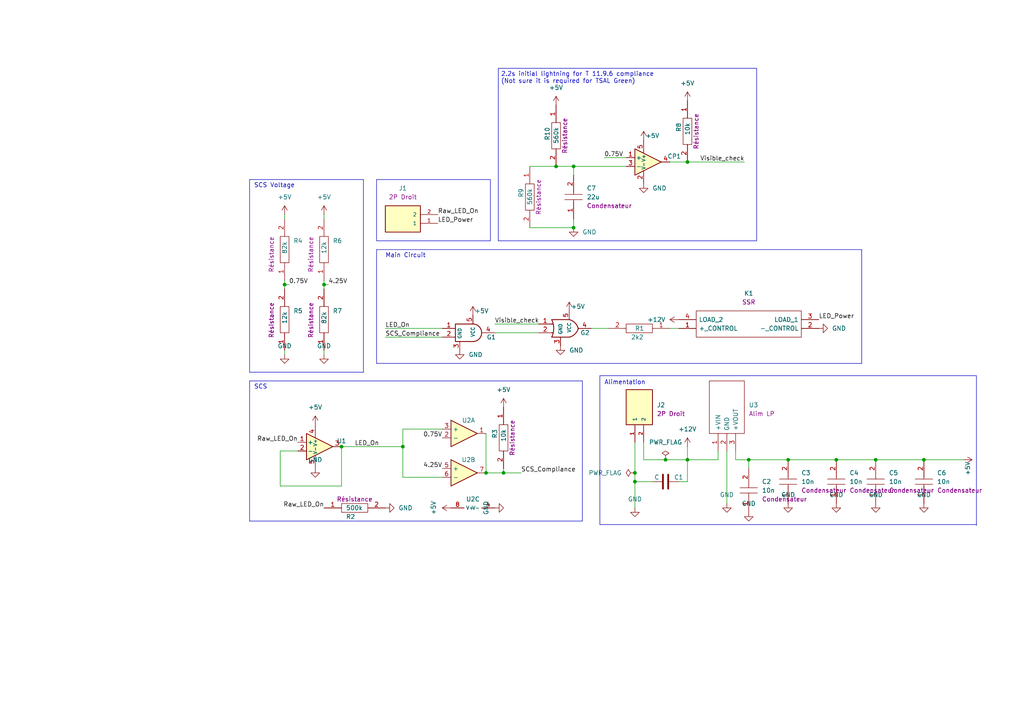
<source format=kicad_sch>
(kicad_sch (version 20231120) (generator "eeschema") (generator_version "8.0")
  (paper "A4")
  (lib_symbols
    (symbol "Device:C" (pin_numbers hide) (pin_names (offset 0.254))
      (property "Reference" "C" (at 0.635 2.54 0))
      (property "Value" "C" (at 0.635 -2.54 0))
      (symbol "C_0_1"
        (polyline (pts (xy -2.032 -0.762) (xy 2.032 -0.762)) (stroke (width 0.508)))
        (polyline (pts (xy -2.032 0.762) (xy 2.032 0.762)) (stroke (width 0.508)))
      )
      (symbol "C_1_1"
        (pin passive line (at 0 3.81 270) (length 2.794) (name "~") (number "1"))
        (pin passive line (at 0 -3.81 90) (length 2.794) (name "~") (number "2"))
      )
    )
    (symbol "EPSA_lib:2P Droit 2-11-2022" (pin_names (offset 1.016))
      (property "Reference" "J" (at 6.35 5.08 0))
      (property "Render Name" "2P Droit" (at 0 3.81 0))
      (symbol "2P Droit 2-11-2022_0_0"
        (rectangle (start -5.08 -5.08) (end 5.08 2.54) (stroke (width 0.254)) (fill (type background)))
        (pin passive line (at -10.16 0 0) (length 5.08) (name "1") (number "1"))
        (pin passive line (at -10.16 -2.54 0) (length 5.08) (name "2") (number "2"))
      )
    )
    (symbol "EPSA_lib:Alim LP TSR_0.5-2450" (pin_names (offset 0.762))
      (property "Reference" "U" (at 20.32 11.43 0))
      (property "Render Name" "Alim LP" (at 11.43 8.89 0))
      (symbol "Alim LP TSR_0.5-2450_0_0"
        (pin passive line (at -1.27 5.08 0) (length 5.08) (name "+VIN") (number "1"))
        (pin passive line (at -1.27 2.54 0) (length 5.08) (name "GND") (number "2"))
        (pin passive line (at -1.27 0 0) (length 5.08) (name "+VOUT") (number "3"))
      )
      (symbol "Alim LP TSR_0.5-2450_0_1"
        (polyline (pts (xy 3.81 7.62) (xy 19.05 7.62) (xy 19.05 -2.54) (xy 3.81 -2.54) (xy 3.81 7.62)) (stroke (width 0.1524)))
      )
    )
    (symbol "EPSA_lib:Comparator" (pin_names (offset 0.254))
      (property "Reference" "CP" (at 2.54 2.54 0))
      (symbol "Comparator_0_1"
        (polyline (pts (xy 5.08 0) (xy -2.54 3.81) (xy -2.54 -3.81) (xy 5.08 0)) (stroke (width 0.254)) (fill (type background)))
      )
      (symbol "Comparator_1_1"
        (pin input line (at -5.08 1.27 0) (length 2.54) (name "+") (number "1"))
        (pin power_in line (at 0 -6.35 90) (length 3.81) (name "V-") (number "2"))
        (pin input line (at -5.08 -1.27 0) (length 2.54) (name "-") (number "3"))
        (pin open_collector line (at 7.62 0 180) (length 2.54) (name "~") (number "4"))
        (pin power_in line (at 0 6.35 270) (length 3.81) (name "V+") (number "5"))
      )
    )
    (symbol "EPSA_lib:Comparator_Dual"
      (property "Reference" "CP" (at 7.62 -2.54 0))
      (symbol "Comparator_Dual_1_1"
        (polyline (pts (xy 0 3.81) (xy 0 -3.81) (xy 7.62 0) (xy 0 3.81)) (stroke (width 0.254)) (fill (type background)))
        (pin open_collector line (at 10.16 0 180) (length 2.54) (name "~") (number "1"))
        (pin input line (at -2.54 -1.27 0) (length 2.54) (name "-") (number "2"))
        (pin input line (at -2.54 1.27 0) (length 2.54) (name "+") (number "3"))
      )
      (symbol "Comparator_Dual_2_1"
        (polyline (pts (xy 0 3.81) (xy 7.62 0) (xy 0 -3.81) (xy 0 3.81)) (stroke (width 0.254)) (fill (type background)))
        (pin input line (at -2.54 1.27 0) (length 2.54) (name "+") (number "5"))
        (pin input line (at -2.54 -1.27 0) (length 2.54) (name "-") (number "6"))
        (pin open_collector line (at 10.16 0 180) (length 2.54) (name "~") (number "7"))
      )
      (symbol "Comparator_Dual_3_1"
        (pin power_in line (at 0 -6.35 90) (length 3.81) (name "V-") (number "4"))
        (pin power_in line (at 0 6.35 270) (length 3.81) (name "V+") (number "8"))
      )
    )
    (symbol "EPSA_lib:Condensateur 0805Y1000104JXT" (pin_names (offset 0.762))
      (property "Reference" "C" (at 1.5 -1.8 0))
      (property "Value" "10u" (at 11.43 -2.54 0))
      (property "Render Name" "Condensateur" (at 6.35 3.81 0))
      (symbol "Condensateur 0805Y1000104JXT_0_0"
        (pin passive line (at 0 0 0) (length 5.08) (name "~") (number "1"))
        (pin passive line (at 12.7 0 180) (length 5.08) (name "~") (number "2"))
      )
      (symbol "Condensateur 0805Y1000104JXT_0_1"
        (polyline (pts (xy 5.08 0) (xy 5.588 0)) (stroke (width 0.1524)))
        (polyline (pts (xy 5.588 2.54) (xy 5.588 -2.54)) (stroke (width 0.1524)))
        (polyline (pts (xy 7.112 0) (xy 7.62 0)) (stroke (width 0.1524)))
        (polyline (pts (xy 7.112 2.54) (xy 7.112 -2.54)) (stroke (width 0.1524)))
      )
    )
    (symbol "EPSA_lib:Gate AND SN74AHCT1G08DBVR" (pin_names (offset 0.762))
      (property "Reference" "G" (at 2.54 -3.81 0))
      (symbol "Gate AND SN74AHCT1G08DBVR_1_1"
        (polyline (pts (xy 5.08 -2.54) (xy 0 -2.54) (xy 0 2.54) (xy 5.08 2.54)) (stroke (width 0.254)))
        (arc (start 5.1025 -2.54) (mid 7.6201 0) (end 5.1025 2.54) (stroke (width 0.254)))
        (pin input line (at -3.81 1.27 0) (length 3.81) (name "~") (number "1"))
        (pin input line (at -3.81 -1.27 0) (length 3.81) (name "~") (number "2"))
        (pin power_in line (at 1.27 -5.08 90) (length 2.54) (name "GND") (number "3"))
        (pin output line (at 11.43 0 180) (length 3.81) (name "~") (number "4"))
        (pin power_in line (at 5.08 5.08 270) (length 2.54) (name "VCC") (number "5"))
      )
    )
    (symbol "EPSA_lib:Gate OR SN74AHCT1G32DBVR" (pin_names (offset 0.762))
      (property "Reference" "G" (at 3.81 -3.81 0))
      (symbol "Gate OR SN74AHCT1G32DBVR_0_1"
        (arc (start 0 -2.54) (mid 0.5766 0) (end -0.0001 2.54) (stroke (width 0.254)))
        (polyline (pts (xy 0 -1.27) (xy 0.423 -1.2701)) (stroke (width 0.254)) (fill (type background)))
        (polyline (pts (xy 0 1.27) (xy 0.423 1.2699)) (stroke (width 0.254)) (fill (type background)))
        (polyline (pts (xy 5.08 -2.54) (xy 0 -2.54)) (stroke (width 0.254)) (fill (type background)))
        (polyline (pts (xy 5.08 2.54) (xy 0 2.54)) (stroke (width 0.254)) (fill (type background)))
        (arc (start 5.1236 -2.5337) (mid 6.7182 -1.6531) (end 7.6819 -0.1073) (stroke (width 0.254)))
        (arc (start 7.6747 -0.0069) (mid 6.748 1.6064) (end 5.1347 2.5331) (stroke (width 0.254)))
      )
      (symbol "Gate OR SN74AHCT1G32DBVR_1_1"
        (pin input line (at -3.81 1.27 0) (length 3.81) (name "~") (number "1"))
        (pin input line (at -3.81 -1.27 0) (length 3.81) (name "~") (number "2"))
        (pin power_in line (at 2.54 -5.08 90) (length 2.54) (name "GND") (number "3"))
        (pin output line (at 11.43 0 180) (length 3.81) (name "~") (number "4"))
        (pin power_in line (at 5.08 5.08 270) (length 2.54) (name "VCC") (number "5"))
      )
    )
    (symbol "EPSA_lib:Opamp" (pin_names (offset 0.254))
      (property "Reference" "U" (at 2.54 2.54 0))
      (symbol "Opamp_0_1"
        (polyline (pts (xy 5.08 0) (xy -2.54 3.81) (xy -2.54 -3.81) (xy 5.08 0)) (stroke (width 0.254)) (fill (type background)))
      )
      (symbol "Opamp_1_1"
        (pin input line (at -5.08 1.27 0) (length 2.54) (name "+") (number "1"))
        (pin input line (at -5.08 -1.27 0) (length 2.54) (name "-") (number "2"))
        (pin output line (at 7.62 0 180) (length 2.54) (name "~") (number "3"))
        (pin power_in line (at 0 6.35 270) (length 3.81) (name "V+") (number "4"))
        (pin power_in line (at 0 -6.35 90) (length 3.81) (name "V-") (number "5"))
      )
    )
    (symbol "EPSA_lib:Résistance RK73H2BLTDD2152F" (pin_names (offset 0.762))
      (property "Reference" "R" (at 25.4 5.08 0))
      (property "Value" "10" (at 7.62 0 0))
      (property "Render Name" "Résistance" (at 8.89 2.54 0))
      (symbol "Résistance RK73H2BLTDD2152F_0_0"
        (pin passive line (at 0 0 0) (length 5.08) (name "~") (number "1"))
        (pin passive line (at 17.78 0 180) (length 5.08) (name "~") (number "2"))
      )
      (symbol "Résistance RK73H2BLTDD2152F_0_1"
        (polyline (pts (xy 5.08 1.27) (xy 12.7 1.27) (xy 12.7 -1.27) (xy 5.08 -1.27) (xy 5.08 1.27)) (stroke (width 0.1524)))
      )
    )
    (symbol "EPSA_lib:SSR CPC1394GR" (pin_names (offset 0.762))
      (property "Reference" "K" (at 19.05 -1.27 0))
      (property "Render Name" "SSR" (at 19.05 3.81 0))
      (symbol "SSR CPC1394GR_0_0"
        (pin passive line (at 0 -2.54 0) (length 5.08) (name "+_CONTROL") (number "1"))
        (pin passive line (at 40.64 -2.54 180) (length 5.08) (name "-_CONTROL") (number "2"))
        (pin passive line (at 40.64 0 180) (length 5.08) (name "LOAD_1") (number "3"))
        (pin passive line (at 0 0 0) (length 5.08) (name "LOAD_2") (number "4"))
      )
      (symbol "SSR CPC1394GR_0_1"
        (polyline (pts (xy 5.08 2.54) (xy 35.56 2.54) (xy 35.56 -5.08) (xy 5.08 -5.08) (xy 5.08 2.54)) (stroke (width 0.1524)))
      )
    )
    (symbol "Résistance RK73H2BLTDD2152F_1" (pin_names (offset 0.762))
      (property "Reference" "R" (at 25.4 5.08 0))
      (property "Value" "10" (at 7.62 0 0))
      (property "Render Name" "Résistance" (at 8.89 2.54 0))
      (symbol "Résistance RK73H2BLTDD2152F_1_0_0"
        (pin passive line (at 0 0 0) (length 5.08) (name "~") (number "1"))
        (pin passive line (at 17.78 0 180) (length 5.08) (name "~") (number "2"))
      )
      (symbol "Résistance RK73H2BLTDD2152F_1_0_1"
        (polyline (pts (xy 5.08 1.27) (xy 12.7 1.27) (xy 12.7 -1.27) (xy 5.08 -1.27) (xy 5.08 1.27)) (stroke (width 0.1524)))
      )
    )
    (symbol "Résistance RK73H2BLTDD2152F_3" (pin_names (offset 0.762))
      (property "Reference" "R" (at 25.4 5.08 0))
      (property "Value" "10" (at 7.62 0 0))
      (property "Render Name" "Résistance" (at 8.89 2.54 0))
      (symbol "Résistance RK73H2BLTDD2152F_3_0_0"
        (pin passive line (at 0 0 0) (length 5.08) (name "~") (number "1"))
        (pin passive line (at 17.78 0 180) (length 5.08) (name "~") (number "2"))
      )
      (symbol "Résistance RK73H2BLTDD2152F_3_0_1"
        (polyline (pts (xy 5.08 1.27) (xy 12.7 1.27) (xy 12.7 -1.27) (xy 5.08 -1.27) (xy 5.08 1.27)) (stroke (width 0.1524)))
      )
    )
    (symbol "Résistance RK73H2BLTDD2152F_4" (pin_names (offset 0.762))
      (property "Reference" "R" (at 25.4 5.08 0))
      (property "Value" "10" (at 7.62 0 0))
      (property "Render Name" "Résistance" (at 8.89 2.54 0))
      (symbol "Résistance RK73H2BLTDD2152F_4_0_0"
        (pin passive line (at 0 0 0) (length 5.08) (name "~") (number "1"))
        (pin passive line (at 17.78 0 180) (length 5.08) (name "~") (number "2"))
      )
      (symbol "Résistance RK73H2BLTDD2152F_4_0_1"
        (polyline (pts (xy 5.08 1.27) (xy 12.7 1.27) (xy 12.7 -1.27) (xy 5.08 -1.27) (xy 5.08 1.27)) (stroke (width 0.1524)))
      )
    )
    (symbol "Résistance RK73H2BLTDD2152F_5" (pin_names (offset 0.762))
      (property "Reference" "R" (at 25.4 5.08 0))
      (property "Value" "10" (at 7.62 0 0))
      (property "Render Name" "Résistance" (at 8.89 2.54 0))
      (symbol "Résistance RK73H2BLTDD2152F_5_0_0"
        (pin passive line (at 0 0 0) (length 5.08) (name "~") (number "1"))
        (pin passive line (at 17.78 0 180) (length 5.08) (name "~") (number "2"))
      )
      (symbol "Résistance RK73H2BLTDD2152F_5_0_1"
        (polyline (pts (xy 5.08 1.27) (xy 12.7 1.27) (xy 12.7 -1.27) (xy 5.08 -1.27) (xy 5.08 1.27)) (stroke (width 0.1524)))
      )
    )
    (symbol "power:+12V" (power) (pin_names (offset 0))
      (property "Value" "+12V" (at 0 3.556 0))
      (symbol "+12V_0_1"
        (polyline (pts (xy -0.762 1.27) (xy 0 2.54)))
        (polyline (pts (xy 0 0) (xy 0 2.54)))
        (polyline (pts (xy 0 2.54) (xy 0.762 1.27)))
      )
      (symbol "+12V_1_1"
        (pin power_in line (at 0 0 90) (length 0) hide (name "+12V") (number "1"))
      )
    )
    (symbol "power:+5V" (power) (pin_names (offset 0))
      (property "Value" "+5V" (at 0 3.556 0))
      (symbol "+5V_0_1"
        (polyline (pts (xy -0.762 1.27) (xy 0 2.54)))
        (polyline (pts (xy 0 0) (xy 0 2.54)))
        (polyline (pts (xy 0 2.54) (xy 0.762 1.27)))
      )
      (symbol "+5V_1_1"
        (pin power_in line (at 0 0 90) (length 0) hide (name "+5V") (number "1"))
      )
    )
    (symbol "power:GND" (power) (pin_names (offset 0))
      (property "Value" "GND" (at 0 -3.81 0))
      (symbol "GND_0_1"
        (polyline (pts (xy 0 0) (xy 0 -1.27) (xy 1.27 -1.27) (xy 0 -2.54) (xy -1.27 -1.27) (xy 0 -1.27)))
      )
      (symbol "GND_1_1"
        (pin power_in line (at 0 0 270) (length 0) hide (name "GND") (number "1"))
      )
    )
    (symbol "power:PWR_FLAG" (power) (pin_numbers hide) (pin_names (offset 0) hide)
      (property "Value" "PWR_FLAG" (at 0 3.81 0))
      (symbol "PWR_FLAG_0_0"
        (pin power_out line (at 0 0 90) (length 0) (name "pwr") (number "1"))
      )
      (symbol "PWR_FLAG_0_1"
        (polyline (pts (xy 0 0) (xy 0 1.27) (xy -1.016 1.905) (xy 0 2.54) (xy 1.016 1.905) (xy 0 1.27)))
      )
    )
  )
  (junction (at 242.57 133.35))
  (junction (at 193.04 133.35))
  (junction (at 99.06 129.54))
  (junction (at 166.37 48.26))
  (junction (at 146.05 137.16))
  (junction (at 254 133.35))
  (junction (at 93.98 82.55))
  (junction (at 166.37 66.04))
  (junction (at 199.39 46.99))
  (junction (at 184.15 139.7))
  (junction (at 199.39 133.35))
  (junction (at 228.6 133.35))
  (junction (at 217.17 133.35))
  (junction (at 267.97 133.35))
  (junction (at 116.84 129.54))
  (junction (at 140.97 137.16))
  (junction (at 184.15 137.16))
  (junction (at 82.55 82.55))
  (junction (at 161.29 48.26))
  (wire (pts (xy 111.76 97.79) (xy 128.27 97.79)))
  (polyline (pts (xy 168.91 110.49) (xy 72.39 110.49)))
  (polyline (pts (xy 72.39 110.49) (xy 72.39 151.13)))
  (wire (pts (xy 153.67 66.04) (xy 166.37 66.04)))
  (wire (pts (xy 99.06 129.54) (xy 99.06 140.97)))
  (wire (pts (xy 166.37 50.8) (xy 166.37 48.26)))
  (wire (pts (xy 175.26 45.72) (xy 181.61 45.72)))
  (wire (pts (xy 146.05 137.16) (xy 151.13 137.16)))
  (wire (pts (xy 93.98 82.55) (xy 93.98 83.82)))
  (polyline (pts (xy 105.41 107.95) (xy 72.39 107.95)))
  (wire (pts (xy 217.17 135.89) (xy 217.17 133.35)))
  (wire (pts (xy 184.15 137.16) (xy 184.15 139.7)))
  (polyline (pts (xy 173.99 152.146) (xy 283.21 152.146)))
  (wire (pts (xy 193.04 133.35) (xy 199.39 133.35)))
  (wire (pts (xy 146.05 137.16) (xy 146.05 135.89)))
  (wire (pts (xy 82.55 81.28) (xy 82.55 82.55)))
  (wire (pts (xy 82.55 62.23) (xy 82.55 63.5)))
  (wire (pts (xy 166.37 48.26) (xy 161.29 48.26)))
  (wire (pts (xy 140.97 125.73) (xy 140.97 137.16)))
  (wire (pts (xy 267.97 133.35) (xy 279.4 133.35)))
  (wire (pts (xy 93.98 62.23) (xy 93.98 63.5)))
  (wire (pts (xy 143.51 93.98) (xy 156.21 93.98)))
  (wire (pts (xy 254 133.35) (xy 267.97 133.35)))
  (wire (pts (xy 186.69 128.27) (xy 186.69 133.35)))
  (wire (pts (xy 86.36 130.81) (xy 81.28 130.81)))
  (wire (pts (xy 166.37 66.04) (xy 166.37 63.5)))
  (wire (pts (xy 194.31 95.25) (xy 196.85 95.25)))
  (polyline (pts (xy 72.39 52.07) (xy 105.41 52.07)))
  (polyline (pts (xy 173.99 108.966) (xy 173.99 152.146)))
  (wire (pts (xy 199.39 46.99) (xy 215.9 46.99)))
  (wire (pts (xy 186.69 133.35) (xy 193.04 133.35)))
  (wire (pts (xy 99.06 129.54) (xy 116.84 129.54)))
  (wire (pts (xy 128.27 124.46) (xy 116.84 124.46)))
  (wire (pts (xy 140.97 137.16) (xy 146.05 137.16)))
  (wire (pts (xy 143.51 96.52) (xy 156.21 96.52)))
  (wire (pts (xy 184.15 128.27) (xy 184.15 137.16)))
  (wire (pts (xy 81.28 130.81) (xy 81.28 140.97)))
  (wire (pts (xy 81.28 140.97) (xy 99.06 140.97)))
  (polyline (pts (xy 168.91 151.13) (xy 168.91 110.49)))
  (wire (pts (xy 171.45 95.25) (xy 176.53 95.25)))
  (wire (pts (xy 208.28 130.81) (xy 208.28 133.35)))
  (wire (pts (xy 208.28 133.35) (xy 199.39 133.35)))
  (wire (pts (xy 153.67 48.26) (xy 161.29 48.26)))
  (polyline (pts (xy 72.39 52.07) (xy 72.39 107.95)))
  (polyline (pts (xy 72.39 151.13) (xy 168.91 151.13)))
  (polyline (pts (xy 105.41 52.07) (xy 105.41 107.95)))
  (wire (pts (xy 210.82 130.81) (xy 210.82 146.05)))
  (polyline (pts (xy 283.21 152.4) (xy 283.21 108.966)))
  (wire (pts (xy 199.39 139.7) (xy 199.39 133.35)))
  (wire (pts (xy 242.57 133.35) (xy 254 133.35)))
  (wire (pts (xy 116.84 124.46) (xy 116.84 129.54)))
  (wire (pts (xy 166.37 48.26) (xy 181.61 48.26)))
  (wire (pts (xy 128.27 138.43) (xy 116.84 138.43)))
  (wire (pts (xy 199.39 129.54) (xy 199.39 133.35)))
  (wire (pts (xy 184.15 139.7) (xy 184.15 147.32)))
  (wire (pts (xy 228.6 133.35) (xy 242.57 133.35)))
  (wire (pts (xy 82.55 82.55) (xy 83.82 82.55)))
  (wire (pts (xy 184.15 139.7) (xy 189.23 139.7)))
  (polyline (pts (xy 283.21 108.966) (xy 173.99 108.966)))
  (wire (pts (xy 93.98 82.55) (xy 95.25 82.55)))
  (wire (pts (xy 111.76 95.25) (xy 128.27 95.25)))
  (wire (pts (xy 194.31 46.99) (xy 199.39 46.99)))
  (wire (pts (xy 213.36 133.35) (xy 217.17 133.35)))
  (wire (pts (xy 93.98 81.28) (xy 93.98 82.55)))
  (wire (pts (xy 82.55 82.55) (xy 82.55 83.82)))
  (wire (pts (xy 116.84 138.43) (xy 116.84 129.54)))
  (wire (pts (xy 82.55 101.6) (xy 82.55 102.87)))
  (wire (pts (xy 93.98 101.6) (xy 93.98 102.87)))
  (wire (pts (xy 217.17 133.35) (xy 228.6 133.35)))
  (wire (pts (xy 196.85 139.7) (xy 199.39 139.7)))
  (wire (pts (xy 213.36 130.81) (xy 213.36 133.35)))
  (rectangle (start 144.526 19.812) (end 219.456 69.85))
  (rectangle (start 109.22 52.07) (end 142.24 69.85))
  (rectangle (start 109.22 72.39) (end 249.936 105.41))
  (text "Alimentation\n" (at 175.26 111.76 0) (effects (font (size 1.27 1.27)) (justify left bottom)))
  (text "Main Circuit" (at 111.76 74.93 0) (effects (font (size 1.27 1.27)) (justify left bottom)))
  (text "SCS\n" (at 73.66 113.03 0) (effects (font (size 1.27 1.27)) (justify left bottom)))
  (text "SCS Voltage" (at 73.66 54.61 0) (effects (font (size 1.27 1.27)) (justify left bottom)))
  (text "2.2s initial lightning for T 11.9.6 compliance\n(Not sure it is required for TSAL Green)" (at 145.288 24.384 0) (effects (font (size 1.27 1.27)) (justify left bottom)))
  (label "LED_On" (at 102.87 129.54 0))
  (label "SCS_Compliance" (at 151.13 137.16 0))
  (label "0.75V" (at 175.26 45.72 0))
  (label "4.25V" (at 95.25 82.55 0))
  (label "LED_Power" (at 237.49 92.71 0))
  (label "LED_Power" (at 127 64.77 0))
  (label "Visible_check" (at 215.9 46.99 180))
  (label "LED_On" (at 111.76 95.25 0))
  (label "4.25V" (at 128.27 135.89 180))
  (label "0.75V" (at 128.27 127 180))
  (label "SCS_Compliance" (at 111.76 97.79 0))
  (label "Visible_check" (at 143.51 93.98 0))
  (label "Raw_LED_On" (at 127 62.23 0))
  (label "Raw_LED_On" (at 93.98 147.32 180))
  (label "Raw_LED_On" (at 86.36 128.27 180))
  (label "0.75V" (at 83.82 82.55 0))
  (symbol (lib_id "EPSA_lib:Opamp") (at 91.44 129.54 0) (unit 1)
    (property "Reference" "U1" (at 99.06 127.889 0))
    (property "Value" "${SIM.PARAMS}" (effects (hide yes)))
    (property "Footprint" "Package_TO_SOT_SMD:SOT-353_SC-70-5_Handsoldering" (effects (hide yes)))
    (property "Datasheet" "https://www.ti.com/lit/gpn/tlv9064-q1" (effects (hide yes)))
    (property "Description" "Operational amplifier, single, node sequence=1:+ 2:- 3:OUT 4:V+ 5:V-" (effects (hide yes)))
    (property "Manufacturer_Name" "Texas Instruments" (effects (hide yes)))
    (property "Manufacturer_Part_Number" "TLV9061QDCKRQ1 " (effects (hide yes)))
    (property "Mouser Part Number" " 595-TLV9061QDCKRQ1 " (effects (hide yes)))
  )
  (symbol (lib_id "power:+5V") (at 186.69 40.64 0) (unit 1)
    (property "Reference" "#PWR010" (effects (hide yes)))
    (property "Value" "+5V" (at 189.23 39.37 0))
  )
  (symbol (lib_id "EPSA_lib:Condensateur 0805Y1000104JXT") (at 217.17 148.59 90) (unit 1)
    (property "Reference" "C2" (at 220.98 139.7 90) (effects (justify right)))
    (property "Value" "10n" (at 220.98 142.24 90) (effects (justify right)))
    (property "Footprint" "EPSA_lib:CAPC2012X130N" (effects (hide yes)))
    (property "Datasheet" "http://docs-europe.electrocomponents.com/webdocs/119d/0900766b8119d7bc.pdf" (effects (hide yes)))
    (property "Description" "Syfer 0805 Ceramic Chip Capacitors" (effects (hide yes)))
    (property "Sim.Pins" "1=+ 2=-" (effects (hide yes)))
    (property "Sim.Device" "C" (effects (hide yes)))
    (property "Height" "1.3" (effects (hide yes)))
    (property "Manufacturer_Name" "Syfer" (effects (hide yes)))
    (property "Manufacturer_Part_Number" "0805Y1000104JXT" (effects (hide yes)))
    (property "Render Name" "Condensateur" (at 220.98 144.78 90) (effects (justify right)))
  )
  (symbol (lib_id "power:GND") (at 162.56 100.33 0) (unit 1)
    (property "Reference" "#GND016" (effects (hide yes)))
    (property "Value" "GND" (at 165.1 101.5999 0) (effects (justify left)))
  )
  (symbol (lib_id "EPSA_lib:Condensateur 0805Y1000104JXT") (at 242.57 146.05 90) (unit 1)
    (property "Reference" "C4" (at 246.38 137.16 90) (effects (justify right)))
    (property "Value" "10n" (at 246.38 139.7 90) (effects (justify right)))
    (property "Footprint" "EPSA_lib:CAPC2012X130N" (effects (hide yes)))
    (property "Datasheet" "http://docs-europe.electrocomponents.com/webdocs/119d/0900766b8119d7bc.pdf" (effects (hide yes)))
    (property "Description" "Syfer 0805 Ceramic Chip Capacitors" (effects (hide yes)))
    (property "Sim.Pins" "1=+ 2=-" (effects (hide yes)))
    (property "Sim.Device" "C" (effects (hide yes)))
    (property "Height" "1.3" (effects (hide yes)))
    (property "Manufacturer_Name" "Syfer" (effects (hide yes)))
    (property "Manufacturer_Part_Number" "0805Y1000104JXT" (effects (hide yes)))
    (property "Render Name" "Condensateur" (at 246.38 142.24 90) (effects (justify right)))
  )
  (symbol (lib_id "EPSA_lib:Condensateur 0805Y1000104JXT") (at 228.6 146.05 90) (unit 1)
    (property "Reference" "C3" (at 232.41 137.16 90) (effects (justify right)))
    (property "Value" "10n" (at 232.41 139.7 90) (effects (justify right)))
    (property "Footprint" "EPSA_lib:CAPC2012X130N" (effects (hide yes)))
    (property "Datasheet" "http://docs-europe.electrocomponents.com/webdocs/119d/0900766b8119d7bc.pdf" (effects (hide yes)))
    (property "Description" "Syfer 0805 Ceramic Chip Capacitors" (effects (hide yes)))
    (property "Sim.Pins" "1=+ 2=-" (effects (hide yes)))
    (property "Sim.Device" "C" (effects (hide yes)))
    (property "Height" "1.3" (effects (hide yes)))
    (property "Manufacturer_Name" "Syfer" (effects (hide yes)))
    (property "Manufacturer_Part_Number" "0805Y1000104JXT" (effects (hide yes)))
    (property "Render Name" "Condensateur" (at 232.41 142.24 90) (effects (justify right)))
  )
  (symbol (lib_id "power:+12V") (at 196.85 92.71 90) (unit 1)
    (property "Reference" "#PWR03" (effects (hide yes)))
    (property "Value" "+12V" (at 193.04 92.71 90) (effects (justify left)))
  )
  (symbol (lib_id "power:GND") (at 254 146.05 0) (unit 1)
    (property "Reference" "#GND013" (effects (hide yes)))
    (property "Value" "GND" (at 254 143.51 0))
  )
  (symbol (lib_id "power:GND") (at 133.35 101.6 0) (unit 1)
    (property "Reference" "#GND010" (effects (hide yes)))
    (property "Value" "GND" (at 135.89 102.8699 0) (effects (justify left)))
  )
  (symbol (lib_id "EPSA_lib:Condensateur 0805Y1000104JXT") (at 267.97 146.05 90) (unit 1)
    (property "Reference" "C6" (at 271.78 137.16 90) (effects (justify right)))
    (property "Value" "10n" (at 271.78 139.7 90) (effects (justify right)))
    (property "Footprint" "EPSA_lib:CAPC2012X130N" (effects (hide yes)))
    (property "Datasheet" "http://docs-europe.electrocomponents.com/webdocs/119d/0900766b8119d7bc.pdf" (effects (hide yes)))
    (property "Description" "Syfer 0805 Ceramic Chip Capacitors" (effects (hide yes)))
    (property "Sim.Pins" "1=+ 2=-" (effects (hide yes)))
    (property "Sim.Device" "C" (effects (hide yes)))
    (property "Height" "1.3" (effects (hide yes)))
    (property "Manufacturer_Name" "Syfer" (effects (hide yes)))
    (property "Manufacturer_Part_Number" "0805Y1000104JXT" (effects (hide yes)))
    (property "Render Name" "Condensateur" (at 271.78 142.24 90) (effects (justify right)))
  )
  (symbol (lib_id "EPSA_lib:Résistance RK73H2BLTDD2152F") (at 93.98 147.32 0) (unit 1)
    (property "Reference" "R2" (at 100.33 149.86 0) (effects (justify left)))
    (property "Value" "500k" (at 100.33 147.32 0) (effects (justify left)))
    (property "Footprint" "EPSA_lib:RESC3216X70N" (effects (hide yes)))
    (property "Datasheet" "http://www.koaspeer.com/catimages/Products/RK73H/RK73H.pdf" (effects (hide yes)))
    (property "Description" "Thick Film Resistors - SMD" (effects (hide yes)))
    (property "Height" "0.7" (effects (hide yes)))
    (property "Manufacturer_Name" "KOA Speer" (effects (hide yes)))
    (property "Manufacturer_Part_Number" "RK73H2BLTDD2152F" (effects (hide yes)))
    (property "Mouser Part Number" "N/A" (effects (hide yes)))
    (property "Mouser Price/Stock" "https://www.mouser.co.uk/ProductDetail/KOA-Speer/RK73H2BLTDD2152F?qs=WeIALVmW3zmyxMFsjVzMRw%3D%3D" (effects (hide yes)))
    (property "Sim.Device" "R" (effects (hide yes)))
    (property "Sim.Params" "type=\"R\" model=\"10k\" lib=\"\"" (effects (hide yes)))
    (property "Sim.Pins" "1=+ 2=-" (effects (hide yes)))
    (property "Render Name" "Résistance" (at 102.87 144.78 0))
  )
  (symbol (lib_id "power:GND") (at 82.55 102.87 0) (unit 1)
    (property "Reference" "#GND07" (effects (hide yes)))
    (property "Value" "GND" (at 82.55 100.33 0))
  )
  (symbol (lib_id "power:GND") (at 217.17 148.59 0) (unit 1)
    (property "Reference" "#GND06" (effects (hide yes)))
    (property "Value" "GND" (at 217.17 146.05 0))
  )
  (symbol (lib_id "power:+5V") (at 130.81 147.32 90) (unit 1)
    (property "Reference" "#PWR05" (effects (hide yes)))
    (property "Value" "+5V" (at 125.73 147.32 0))
  )
  (symbol (lib_id "power:+5V") (at 199.39 29.21 0) (unit 1)
    (property "Reference" "#PWR012" (effects (hide yes)))
    (property "Value" "+5V" (at 199.39 24.13 0))
  )
  (symbol (lib_id "power:GND") (at 166.37 66.04 0) (unit 1)
    (property "Reference" "#GND017" (effects (hide yes)))
    (property "Value" "GND" (at 168.91 67.3099 0) (effects (justify left)))
  )
  (symbol (lib_id "power:+5V") (at 91.44 123.19 0) (unit 1)
    (property "Reference" "#PWR04" (effects (hide yes)))
    (property "Value" "+5V" (at 91.44 118.11 0))
  )
  (symbol (lib_id "power:GND") (at 184.15 147.32 0) (unit 1)
    (property "Reference" "#GND04" (effects (hide yes)))
    (property "Value" "GND" (at 184.15 144.78 0))
  )
  (symbol (lib_id "power:+5V") (at 82.55 62.23 0) (unit 1)
    (property "Reference" "#PWR01" (effects (hide yes)))
    (property "Value" "+5V" (at 82.55 57.15 0))
  )
  (symbol (lib_id "EPSA_lib:Résistance RK73H2BLTDD2152F") (at 153.67 48.26 270) (unit 1)
    (property "Reference" "R9" (at 151.13 54.61 0) (effects (justify left)))
    (property "Value" "560k" (at 153.67 54.61 0) (effects (justify left)))
    (property "Footprint" "EPSA_lib:RESC3216X70N" (effects (hide yes)))
    (property "Datasheet" "http://www.koaspeer.com/catimages/Products/RK73H/RK73H.pdf" (effects (hide yes)))
    (property "Description" "Thick Film Resistors - SMD" (effects (hide yes)))
    (property "Height" "0.7" (effects (hide yes)))
    (property "Manufacturer_Name" "KOA Speer" (effects (hide yes)))
    (property "Manufacturer_Part_Number" "RK73H2BLTDD2152F" (effects (hide yes)))
    (property "Mouser Part Number" "N/A" (effects (hide yes)))
    (property "Mouser Price/Stock" "https://www.mouser.co.uk/ProductDetail/KOA-Speer/RK73H2BLTDD2152F?qs=WeIALVmW3zmyxMFsjVzMRw%3D%3D" (effects (hide yes)))
    (property "Sim.Device" "R" (effects (hide yes)))
    (property "Sim.Params" "type=\"R\" model=\"10k\" lib=\"\"" (effects (hide yes)))
    (property "Sim.Pins" "1=+ 2=-" (effects (hide yes)))
    (property "Render Name" "Résistance" (at 156.21 57.15 0))
  )
  (symbol (lib_id "power:PWR_FLAG") (at 193.04 133.35 0) (unit 1)
    (property "Reference" "#FLG01" (effects (hide yes)))
    (property "Value" "PWR_FLAG" (at 193.04 128.27 0))
  )
  (symbol (lib_id "EPSA_lib:Condensateur 0805Y1000104JXT") (at 166.37 63.5 90) (unit 1)
    (property "Reference" "C7" (at 170.18 54.6099 90) (effects (justify right)))
    (property "Value" "22u" (at 170.18 57.1499 90) (effects (justify right)))
    (property "Footprint" "EPSA_lib:CAPC2012X130N" (effects (hide yes)))
    (property "Datasheet" "http://docs-europe.electrocomponents.com/webdocs/119d/0900766b8119d7bc.pdf" (effects (hide yes)))
    (property "Description" "Syfer 0805 Ceramic Chip Capacitors" (effects (hide yes)))
    (property "Sim.Pins" "1=+ 2=-" (effects (hide yes)))
    (property "Sim.Device" "C" (effects (hide yes)))
    (property "Height" "1.3" (effects (hide yes)))
    (property "Manufacturer_Name" "Syfer" (effects (hide yes)))
    (property "Manufacturer_Part_Number" "0805Y1000104JXT" (effects (hide yes)))
    (property "Render Name" "Condensateur" (at 170.18 59.6899 90) (effects (justify right)))
  )
  (symbol (lib_id "power:+5V") (at 165.1 90.17 0) (unit 1)
    (property "Reference" "#PWR011" (effects (hide yes)))
    (property "Value" "+5V" (at 167.64 88.9 0))
  )
  (symbol (lib_id "power:GND") (at 242.57 146.05 0) (unit 1)
    (property "Reference" "#GND012" (effects (hide yes)))
    (property "Value" "GND" (at 242.57 143.51 0))
  )
  (symbol (lib_id "EPSA_lib:Résistance RK73H2BLTDD2152F") (at 146.05 118.11 270) (unit 1)
    (property "Reference" "R3" (at 143.51 124.46 0) (effects (justify left)))
    (property "Value" "10k" (at 146.05 124.46 0) (effects (justify left)))
    (property "Footprint" "EPSA_lib:RESC3216X70N" (effects (hide yes)))
    (property "Datasheet" "http://www.koaspeer.com/catimages/Products/RK73H/RK73H.pdf" (effects (hide yes)))
    (property "Description" "Thick Film Resistors - SMD" (effects (hide yes)))
    (property "Height" "0.7" (effects (hide yes)))
    (property "Manufacturer_Name" "KOA Speer" (effects (hide yes)))
    (property "Manufacturer_Part_Number" "RK73H2BLTDD2152F" (effects (hide yes)))
    (property "Mouser Part Number" "N/A" (effects (hide yes)))
    (property "Mouser Price/Stock" "https://www.mouser.co.uk/ProductDetail/KOA-Speer/RK73H2BLTDD2152F?qs=WeIALVmW3zmyxMFsjVzMRw%3D%3D" (effects (hide yes)))
    (property "Sim.Device" "R" (effects (hide yes)))
    (property "Sim.Params" "type=\"R\" model=\"10k\" lib=\"\"" (effects (hide yes)))
    (property "Sim.Pins" "1=+ 2=-" (effects (hide yes)))
    (property "Render Name" "Résistance" (at 148.59 127 0))
  )
  (symbol (lib_id "power:PWR_FLAG") (at 184.15 137.16 90) (unit 1)
    (property "Reference" "#FLG04" (effects (hide yes)))
    (property "Value" "PWR_FLAG" (at 180.34 137.16 90) (effects (justify left)))
  )
  (symbol (lib_name "Résistance RK73H2BLTDD2152F_1") (lib_id "EPSA_lib:Résistance RK73H2BLTDD2152F") (at 82.55 81.28 90) (unit 1)
    (property "Reference" "R4" (at 85.09 69.8499 90) (effects (justify right)))
    (property "Value" "82k" (at 82.55 73.66 0) (effects (justify left)))
    (property "Footprint" "EPSA_lib:RESC3216X70N" (effects (hide yes)))
    (property "Datasheet" "http://www.koaspeer.com/catimages/Products/RK73H/RK73H.pdf" (effects (hide yes)))
    (property "Description" "Thick Film Resistors - SMD" (effects (hide yes)))
    (property "Height" "0.7" (effects (hide yes)))
    (property "Manufacturer_Name" "KOA Speer" (effects (hide yes)))
    (property "Manufacturer_Part_Number" "RK73H2BLTDD2152F" (effects (hide yes)))
    (property "Mouser Part Number" "N/A" (effects (hide yes)))
    (property "Mouser Price/Stock" "https://www.mouser.co.uk/ProductDetail/KOA-Speer/RK73H2BLTDD2152F?qs=WeIALVmW3zmyxMFsjVzMRw%3D%3D" (effects (hide yes)))
    (property "Render Name" "Résistance" (at 78.74 68.58 0) (effects (justify right)))
    (property "Sim.Device" "R" (effects (hide yes)))
    (property "Sim.Params" "type=\"R\" model=\"8k\" lib=\"\"" (effects (hide yes)))
    (property "Sim.Pins" "1=+ 2=-" (effects (hide yes)))
  )
  (symbol (lib_name "Résistance RK73H2BLTDD2152F_4") (lib_id "EPSA_lib:Résistance RK73H2BLTDD2152F") (at 82.55 101.6 90) (unit 1)
    (property "Reference" "R5" (at 85.09 90.1699 90) (effects (justify right)))
    (property "Value" "12k" (at 82.55 93.98 0) (effects (justify left)))
    (property "Footprint" "EPSA_lib:RESC3216X70N" (effects (hide yes)))
    (property "Datasheet" "http://www.koaspeer.com/catimages/Products/RK73H/RK73H.pdf" (effects (hide yes)))
    (property "Description" "Thick Film Resistors - SMD" (effects (hide yes)))
    (property "Height" "0.7" (effects (hide yes)))
    (property "Manufacturer_Name" "KOA Speer" (effects (hide yes)))
    (property "Manufacturer_Part_Number" "RK73H2BLTDD2152F" (effects (hide yes)))
    (property "Mouser Part Number" "N/A" (effects (hide yes)))
    (property "Mouser Price/Stock" "https://www.mouser.co.uk/ProductDetail/KOA-Speer/RK73H2BLTDD2152F?qs=WeIALVmW3zmyxMFsjVzMRw%3D%3D" (effects (hide yes)))
    (property "Render Name" "Résistance" (at 78.74 87.63 0) (effects (justify right)))
    (property "Sim.Device" "R" (effects (hide yes)))
    (property "Sim.Params" "type=\"R\" model=\"2k\" lib=\"\"" (effects (hide yes)))
    (property "Sim.Pins" "1=+ 2=-" (effects (hide yes)))
  )
  (symbol (lib_id "power:+5V") (at 146.05 118.11 0) (unit 1)
    (property "Reference" "#PWR06" (effects (hide yes)))
    (property "Value" "+5V" (at 146.05 113.03 0))
  )
  (symbol (lib_id "power:GND") (at 143.51 147.32 90) (unit 1)
    (property "Reference" "#GND03" (effects (hide yes)))
    (property "Value" "GND" (at 140.97 147.32 0))
  )
  (symbol (lib_id "power:GND") (at 237.49 95.25 90) (unit 1)
    (property "Reference" "#GND09" (effects (hide yes)))
    (property "Value" "GND" (at 241.3 95.25 90) (effects (justify right)))
  )
  (symbol (lib_id "EPSA_lib:Comparator_Dual") (at 137.16 147.32 90) (unit 3)
    (property "Reference" "U2" (at 137.16 144.78 90))
    (property "Value" "Opamp_Dual" (effects (hide yes)))
    (property "Footprint" "Package_SO:TSSOP-8_4.4x3mm_P0.65mm" (effects (hide yes)))
    (property "Datasheet" "https://www.ti.com/lit/gpn/lmv339" (effects (hide yes)))
    (property "Description" "Dual comparator" (effects (hide yes)))
    (property "Manufacturer_Name" "Texas Instruments" (effects (hide yes)))
    (property "Manufacturer_Part_Number" "LMV393IPWR" (effects (hide yes)))
    (property "Mouser Part Number" "595-LMV393IPWR" (effects (hide yes)))
    (property "Sim.Library" "${SP_BASIC}\\Comp_lm393lv.lib" (effects (hide yes)))
    (property "Sim.Name" "LM393LV_Dual" (effects (hide yes)))
    (property "Sim.Device" "SUBCKT" (effects (hide yes)))
    (property "Sim.Pins" "1=OUT1 2=IN1- 3=IN1+ 4=GND 5=IN2+ 6=IN2- 7=OUT2 8=V+" (effects (hide yes)))
  )
  (symbol (lib_id "power:+5V") (at 93.98 62.23 0) (unit 1)
    (property "Reference" "#PWR02" (effects (hide yes)))
    (property "Value" "+5V" (at 93.98 57.15 0))
  )
  (symbol (lib_id "EPSA_lib:2P Droit 2-11-2022") (at 184.15 118.11 90) (unit 1) (exclude_from_sim yes)
    (property "Reference" "J2" (at 190.5 117.475 90) (effects (justify right)))
    (property "Value" "2P Droit 2-11-2022" (effects (hide yes)))
    (property "Footprint" "EPSA_lib:MOLEX_22-11-2022" (effects (hide yes)))
    (property "Sim.Pins" "1=1 2=2" (effects (hide yes)))
    (property "Sim.Device" "SPICE" (effects (hide yes)))
    (property "Sim.Params" "type=\"J\" model=\"22-11-2022\" lib=\"\"" (effects (hide yes)))
    (property "MAXIMUM_PACKAGE_HEIGHT" "10.66mm" (effects (hide yes)))
    (property "PARTREV" "BD8" (effects (hide yes)))
    (property "STANDARD" "Manufacturer Recommendations" (effects (hide yes)))
    (property "MANUFACTURER" "Molex" (effects (hide yes)))
    (property "Render Name" "2P Droit" (at 190.5 120.015 90) (effects (justify right)))
  )
  (symbol (lib_id "power:GND") (at 210.82 146.05 0) (unit 1)
    (property "Reference" "#GND05" (effects (hide yes)))
    (property "Value" "GND" (at 210.82 143.51 0))
  )
  (symbol (lib_name "Résistance RK73H2BLTDD2152F_3") (lib_id "EPSA_lib:Résistance RK73H2BLTDD2152F") (at 93.98 101.6 90) (unit 1)
    (property "Reference" "R7" (at 96.52 90.1699 90) (effects (justify right)))
    (property "Value" "82k" (at 93.98 93.98 0) (effects (justify left)))
    (property "Footprint" "EPSA_lib:RESC3216X70N" (effects (hide yes)))
    (property "Datasheet" "http://www.koaspeer.com/catimages/Products/RK73H/RK73H.pdf" (effects (hide yes)))
    (property "Description" "Thick Film Resistors - SMD" (effects (hide yes)))
    (property "Height" "0.7" (effects (hide yes)))
    (property "Manufacturer_Name" "KOA Speer" (effects (hide yes)))
    (property "Manufacturer_Part_Number" "RK73H2BLTDD2152F" (effects (hide yes)))
    (property "Mouser Part Number" "N/A" (effects (hide yes)))
    (property "Mouser Price/Stock" "https://www.mouser.co.uk/ProductDetail/KOA-Speer/RK73H2BLTDD2152F?qs=WeIALVmW3zmyxMFsjVzMRw%3D%3D" (effects (hide yes)))
    (property "Render Name" "Résistance" (at 90.17 87.63 0) (effects (justify right)))
    (property "Sim.Device" "R" (effects (hide yes)))
    (property "Sim.Params" "type=\"R\" model=\"8k\" lib=\"\"" (effects (hide yes)))
    (property "Sim.Pins" "1=+ 2=-" (effects (hide yes)))
  )
  (symbol (lib_name "Résistance RK73H2BLTDD2152F_5") (lib_id "EPSA_lib:Résistance RK73H2BLTDD2152F") (at 93.98 81.28 90) (unit 1)
    (property "Reference" "R6" (at 96.52 69.8499 90) (effects (justify right)))
    (property "Value" "12k" (at 93.98 73.66 0) (effects (justify left)))
    (property "Footprint" "EPSA_lib:RESC3216X70N" (effects (hide yes)))
    (property "Datasheet" "http://www.koaspeer.com/catimages/Products/RK73H/RK73H.pdf" (effects (hide yes)))
    (property "Description" "Thick Film Resistors - SMD" (effects (hide yes)))
    (property "Height" "0.7" (effects (hide yes)))
    (property "Manufacturer_Name" "KOA Speer" (effects (hide yes)))
    (property "Manufacturer_Part_Number" "RK73H2BLTDD2152F" (effects (hide yes)))
    (property "Mouser Part Number" "N/A" (effects (hide yes)))
    (property "Mouser Price/Stock" "https://www.mouser.co.uk/ProductDetail/KOA-Speer/RK73H2BLTDD2152F?qs=WeIALVmW3zmyxMFsjVzMRw%3D%3D" (effects (hide yes)))
    (property "Render Name" "Résistance" (at 90.17 68.58 0) (effects (justify right)))
    (property "Sim.Device" "R" (effects (hide yes)))
    (property "Sim.Params" "type=\"R\" model=\"2k\" lib=\"\"" (effects (hide yes)))
    (property "Sim.Pins" "1=+ 2=-" (effects (hide yes)))
  )
  (symbol (lib_name "Résistance RK73H2BLTDD2152F_5") (lib_id "EPSA_lib:Résistance RK73H2BLTDD2152F") (at 194.31 95.25 180) (unit 1)
    (property "Reference" "R1" (at 184.15 95.25 0) (effects (justify right)))
    (property "Value" "2k2" (at 186.69 97.79 0) (effects (justify left)))
    (property "Footprint" "EPSA_lib:RESC3216X70N" (effects (hide yes)))
    (property "Datasheet" "http://www.koaspeer.com/catimages/Products/RK73H/RK73H.pdf" (effects (hide yes)))
    (property "Description" "Thick Film Resistors - SMD" (effects (hide yes)))
    (property "Height" "0.7" (effects (hide yes)))
    (property "Manufacturer_Name" "KOA Speer" (effects (hide yes)))
    (property "Manufacturer_Part_Number" "RK73H2BLTDD2152F" (effects (hide yes)))
    (property "Mouser Part Number" "N/A" (effects (hide yes)))
    (property "Mouser Price/Stock" "https://www.mouser.co.uk/ProductDetail/KOA-Speer/RK73H2BLTDD2152F?qs=WeIALVmW3zmyxMFsjVzMRw%3D%3D" (effects (hide yes)))
    (property "Render Name" "Résistance" (effects (hide yes)))
    (property "Sim.Device" "R" (effects (hide yes)))
    (property "Sim.Params" "type=\"R\" model=\"2k\" lib=\"\"" (effects (hide yes)))
    (property "Sim.Pins" "1=+ 2=-" (effects (hide yes)))
  )
  (symbol (lib_id "EPSA_lib:Gate AND SN74AHCT1G08DBVR") (at 132.08 96.52 0) (unit 1)
    (property "Reference" "G1" (at 142.494 97.79 0))
    (property "Value" "Gate AND SN74AHCT1G08DBVR" (effects (hide yes)))
    (property "Footprint" "EPSA_lib:SOT95P280X145-5N" (effects (hide yes)))
    (property "Datasheet" "https://datasheet.datasheetarchive.com/originals/distributors/SFDatasheet-6/sf-000128638.pdf" (effects (hide yes)))
    (property "Description" "SN74AHCT1G08DBVR, Logic Gate 2 Input AND, AHCT, 8mA 5V 5-Pin SOT-23" (effects (hide yes)))
    (property "Sim.Pins" "4=1 1=2 2=3 5=4 3=5" (effects (hide yes)))
    (property "Sim.Device" "SPICE" (effects (hide yes)))
    (property "Sim.Params" "type=\"X\" model=\"SN74AHC1G08\" lib=\"${EPSA_lib}\\SpiceModel\\AND_SN74AHC1G08.lib\"" (effects (hide yes)))
    (property "Height" "1.45" (effects (hide yes)))
    (property "Manufacturer_Name" "Texas Instruments" (effects (hide yes)))
    (property "Manufacturer_Part_Number" "SN74AHCT1G08DBVR" (effects (hide yes)))
    (property "Mouser Part Number" "595-SN74AHCT1G08DBVR" (effects (hide yes)))
    (property "Mouser Price/Stock" "https://www.mouser.co.uk/ProductDetail/Texas-Instruments/SN74AHCT1G08DBVR?qs=8Pd2FuFSoMGY9AK%2Ftqwbcw%3D%3D" (effects (hide yes)))
    (property "Arrow Part Number" "SN74AHCT1G08DBVR" (effects (hide yes)))
    (property "Arrow Price/Stock" "https://www.arrow.com/en/products/sn74ahct1g08dbvr/texas-instruments?region=nac" (effects (hide yes)))
    (property "Render Name" "Gate AND" (effects (hide yes)))
  )
  (symbol (lib_id "EPSA_lib:Comparator") (at 186.69 46.99 0) (unit 1)
    (property "Reference" "CP1" (at 195.58 45.339 0))
    (property "Value" "Comparator" (effects (hide yes)))
    (property "Footprint" "Package_TO_SOT_SMD:SOT-353_SC-70-5" (effects (hide yes)))
    (property "Datasheet" "https://www.ti.com/lit/gpn/lmv393" (effects (hide yes)))
    (property "Description" "Comparator, single, node sequence=1:+ 2:- 3:OUT 4:V+ 5:V-" (effects (hide yes)))
    (property "Manufacturer_Name" "Texas Instruments" (effects (hide yes)))
    (property "Manufacturer_Part_Number" "LMV331M7/NOPB" (effects (hide yes)))
    (property "Mouser Part Number" "926-LMV331M7/NOPB" (effects (hide yes)))
    (property "Sim.Library" "${SP_BASIC}\\Comp_lm393lv.lib" (effects (hide yes)))
    (property "Sim.Name" "LM393LV_Mono" (effects (hide yes)))
    (property "Sim.Device" "SUBCKT" (effects (hide yes)))
    (property "Sim.Pins" "1=IN1+ 2=GND 3=IN- 4=OUT 5=V+" (effects (hide yes)))
  )
  (symbol (lib_id "EPSA_lib:SSR CPC1394GR") (at 196.85 92.71 0) (unit 1)
    (property "Reference" "K1" (at 217.17 85.09 0))
    (property "Value" "SSR CPC1394GR" (effects (hide yes)))
    (property "Footprint" "EPSA_lib:CPC1394GR" (effects (hide yes)))
    (property "Datasheet" "https://componentsearchengine.com/Datasheets/1/CPC1394GR.pdf" (effects (hide yes)))
    (property "Description" "SPST-NO Solid State Relay Solder 120 mA rms/mA dc Surface Mount, DC MOSFET" (effects (hide yes)))
    (property "Sim.Pins" "1=1 2=2 3=3 4=4" (effects (hide yes)))
    (property "Sim.Device" "SPICE" (effects (hide yes)))
    (property "Sim.Params" "type=\"X\" model=\"SWITCH\" lib=\"${EPSA_lib}\\SpiceModel\\SSR.lib\"" (effects (hide yes)))
    (property "Height" "3.556" (effects (hide yes)))
    (property "Manufacturer_Name" "LITTELFUSE" (effects (hide yes)))
    (property "Manufacturer_Part_Number" "CPC1394GR" (effects (hide yes)))
    (property "Mouser Part Number" "849-CPC1394GR" (effects (hide yes)))
    (property "Mouser Price/Stock" "https://www.mouser.co.uk/ProductDetail/IXYS-Integrated-Circuits/CPC1394GR?qs=8uBHJDVwVqyTG8bzDwZMmA%3D%3D" (effects (hide yes)))
    (property "Render Name" "SSR" (at 217.17 87.63 0))
  )
  (symbol (lib_id "power:+12V") (at 199.39 129.54 0) (unit 1)
    (property "Reference" "#PWR07" (effects (hide yes)))
    (property "Value" "+12V" (at 199.39 124.46 0))
  )
  (symbol (lib_id "EPSA_lib:Gate OR SN74AHCT1G32DBVR") (at 160.02 95.25 0) (unit 1)
    (property "Reference" "G2" (at 169.672 96.52 0))
    (property "Value" "Gate OR SN74AHCT1G32DBVR" (effects (hide yes)))
    (property "Footprint" "EPSA_lib:SOT95P280X145-5N" (effects (hide yes)))
    (property "Datasheet" "http://www.ti.com/lit/ds/symlink/sn74ahct1g32.pdf" (effects (hide yes)))
    (property "Description" "2-Input Positive-OR Gate SN74AHCT1G32DBV" (effects (hide yes)))
    (property "Sim.Pins" "4=1 1=2 2=3 5=4 3=5" (effects (hide yes)))
    (property "Sim.Device" "SPICE" (effects (hide yes)))
    (property "Sim.Params" "type=\"X\" model=\"SN74AHCT1G32\" lib=\"${EPSA_lib}\\SpiceModel\\OR_SN74AHCT1G32.lib\"" (effects (hide yes)))
    (property "Height" "1.45" (effects (hide yes)))
    (property "Manufacturer_Name" "Texas Instruments" (effects (hide yes)))
    (property "Manufacturer_Part_Number" "SN74AHCT1G32DBVR" (effects (hide yes)))
    (property "Mouser Part Number" "595-SN74AHCT1G32DBVR" (effects (hide yes)))
    (property "Mouser Price/Stock" "https://www.mouser.co.uk/ProductDetail/Texas-Instruments/SN74AHCT1G32DBVR?qs=0le1rQK8zxpIB8pUTaKa9Q%3D%3D" (effects (hide yes)))
    (property "Arrow Part Number" "SN74AHCT1G32DBVR" (effects (hide yes)))
    (property "Arrow Price/Stock" "https://www.arrow.com/en/products/sn74ahct1g32dbvr/texas-instruments" (effects (hide yes)))
    (property "Render Name" "Gate OR" (effects (hide yes)))
  )
  (symbol (lib_id "power:GND") (at 93.98 102.87 0) (unit 1)
    (property "Reference" "#GND08" (effects (hide yes)))
    (property "Value" "GND" (at 93.98 100.33 0))
  )
  (symbol (lib_id "Device:C") (at 193.04 139.7 90) (unit 1)
    (property "Reference" "C1" (at 196.85 138.43 90))
    (property "Value" "C" (at 190.5 138.43 90))
    (property "Footprint" "Capacitor_THT:CP_Radial_D5.0mm_P2.00mm" (effects (hide yes)))
  )
  (symbol (lib_id "power:GND") (at 91.44 135.89 0) (unit 1)
    (property "Reference" "#GND01" (effects (hide yes)))
    (property "Value" "GND" (at 91.44 133.35 0))
  )
  (symbol (lib_id "EPSA_lib:Condensateur 0805Y1000104JXT") (at 254 146.05 90) (unit 1)
    (property "Reference" "C5" (at 257.81 137.16 90) (effects (justify right)))
    (property "Value" "10n" (at 257.81 139.7 90) (effects (justify right)))
    (property "Footprint" "EPSA_lib:CAPC2012X130N" (effects (hide yes)))
    (property "Datasheet" "http://docs-europe.electrocomponents.com/webdocs/119d/0900766b8119d7bc.pdf" (effects (hide yes)))
    (property "Description" "Syfer 0805 Ceramic Chip Capacitors" (effects (hide yes)))
    (property "Sim.Pins" "1=+ 2=-" (effects (hide yes)))
    (property "Sim.Device" "C" (effects (hide yes)))
    (property "Height" "1.3" (effects (hide yes)))
    (property "Manufacturer_Name" "Syfer" (effects (hide yes)))
    (property "Manufacturer_Part_Number" "0805Y1000104JXT" (effects (hide yes)))
    (property "Render Name" "Condensateur" (at 257.81 142.24 90) (effects (justify right)))
  )
  (symbol (lib_id "power:GND") (at 228.6 146.05 0) (unit 1)
    (property "Reference" "#GND011" (effects (hide yes)))
    (property "Value" "GND" (at 228.6 143.51 0))
  )
  (symbol (lib_id "power:GND") (at 111.76 147.32 90) (unit 1)
    (property "Reference" "#GND02" (effects (hide yes)))
    (property "Value" "GND" (at 115.57 147.32 90) (effects (justify right)))
  )
  (symbol (lib_id "power:GND") (at 267.97 146.05 0) (unit 1)
    (property "Reference" "#GND014" (effects (hide yes)))
    (property "Value" "GND" (at 267.97 143.51 0))
  )
  (symbol (lib_id "power:+5V") (at 137.16 91.44 0) (unit 1)
    (property "Reference" "#PWR09" (effects (hide yes)))
    (property "Value" "+5V" (at 139.7 90.17 0))
  )
  (symbol (lib_id "power:+5V") (at 161.29 30.48 0) (unit 1)
    (property "Reference" "#PWR013" (effects (hide yes)))
    (property "Value" "+5V" (at 161.29 25.4 0))
  )
  (symbol (lib_id "EPSA_lib:Comparator_Dual") (at 130.81 137.16 0) (unit 2)
    (property "Reference" "U2" (at 135.89 133.35 0))
    (property "Value" "Opamp_Dual" (effects (hide yes)))
    (property "Footprint" "Package_SO:TSSOP-8_4.4x3mm_P0.65mm" (effects (hide yes)))
    (property "Datasheet" "https://www.ti.com/lit/gpn/lmv339" (effects (hide yes)))
    (property "Description" "Dual comparator" (effects (hide yes)))
    (property "Manufacturer_Name" "Texas Instruments" (effects (hide yes)))
    (property "Manufacturer_Part_Number" "LMV393IPWR" (effects (hide yes)))
    (property "Mouser Part Number" "595-LMV393IPWR" (effects (hide yes)))
    (property "Sim.Library" "${SP_BASIC}\\Comp_lm393lv.lib" (effects (hide yes)))
    (property "Sim.Name" "LM393LV_Dual" (effects (hide yes)))
    (property "Sim.Device" "SUBCKT" (effects (hide yes)))
    (property "Sim.Pins" "1=OUT1 2=IN1- 3=IN1+ 4=GND 5=IN2+ 6=IN2- 7=OUT2 8=V+" (effects (hide yes)))
  )
  (symbol (lib_id "EPSA_lib:Résistance RK73H2BLTDD2152F") (at 161.29 30.48 270) (unit 1)
    (property "Reference" "R10" (at 158.75 36.83 0) (effects (justify left)))
    (property "Value" "560k" (at 161.29 36.83 0) (effects (justify left)))
    (property "Footprint" "EPSA_lib:RESC3216X70N" (effects (hide yes)))
    (property "Datasheet" "http://www.koaspeer.com/catimages/Products/RK73H/RK73H.pdf" (effects (hide yes)))
    (property "Description" "Thick Film Resistors - SMD" (effects (hide yes)))
    (property "Height" "0.7" (effects (hide yes)))
    (property "Manufacturer_Name" "KOA Speer" (effects (hide yes)))
    (property "Manufacturer_Part_Number" "RK73H2BLTDD2152F" (effects (hide yes)))
    (property "Mouser Part Number" "N/A" (effects (hide yes)))
    (property "Mouser Price/Stock" "https://www.mouser.co.uk/ProductDetail/KOA-Speer/RK73H2BLTDD2152F?qs=WeIALVmW3zmyxMFsjVzMRw%3D%3D" (effects (hide yes)))
    (property "Sim.Device" "R" (effects (hide yes)))
    (property "Sim.Params" "type=\"R\" model=\"10k\" lib=\"\"" (effects (hide yes)))
    (property "Sim.Pins" "1=+ 2=-" (effects (hide yes)))
    (property "Render Name" "Résistance" (at 163.83 39.37 0))
  )
  (symbol (lib_id "EPSA_lib:2P Droit 2-11-2022") (at 116.84 64.77 180) (unit 1) (exclude_from_sim yes)
    (property "Reference" "J1" (at 116.84 54.61 0))
    (property "Value" "2P Droit 2-11-2022" (effects (hide yes)))
    (property "Footprint" "EPSA_lib:MOLEX_22-11-2022" (effects (hide yes)))
    (property "Sim.Pins" "1=1 2=2" (effects (hide yes)))
    (property "Sim.Device" "SPICE" (effects (hide yes)))
    (property "Sim.Params" "type=\"J\" model=\"22-11-2022\" lib=\"\"" (effects (hide yes)))
    (property "MAXIMUM_PACKAGE_HEIGHT" "10.66mm" (effects (hide yes)))
    (property "PARTREV" "BD8" (effects (hide yes)))
    (property "STANDARD" "Manufacturer Recommendations" (effects (hide yes)))
    (property "MANUFACTURER" "Molex" (effects (hide yes)))
    (property "Render Name" "2P Droit" (at 116.84 57.15 0))
  )
  (symbol (lib_id "EPSA_lib:Comparator_Dual") (at 130.81 125.73 0) (unit 1)
    (property "Reference" "U2" (at 135.89 121.92 0))
    (property "Value" "Opamp_Dual" (effects (hide yes)))
    (property "Footprint" "Package_SO:TSSOP-8_4.4x3mm_P0.65mm" (effects (hide yes)))
    (property "Datasheet" "https://www.ti.com/lit/gpn/lmv339" (effects (hide yes)))
    (property "Description" "Dual comparator" (effects (hide yes)))
    (property "Manufacturer_Name" "Texas Instruments" (effects (hide yes)))
    (property "Manufacturer_Part_Number" "LMV393IPWR" (effects (hide yes)))
    (property "Mouser Part Number" "595-LMV393IPWR" (effects (hide yes)))
    (property "Sim.Library" "${SP_BASIC}\\Comp_lm393lv.lib" (effects (hide yes)))
    (property "Sim.Name" "LM393LV_Dual" (effects (hide yes)))
    (property "Sim.Device" "SUBCKT" (effects (hide yes)))
    (property "Sim.Pins" "1=OUT1 2=IN1- 3=IN1+ 4=GND 5=IN2+ 6=IN2- 7=OUT2 8=V+" (effects (hide yes)))
  )
  (symbol (lib_id "power:+5V") (at 279.4 133.35 270) (unit 1)
    (property "Reference" "#PWR08" (effects (hide yes)))
    (property "Value" "+5V" (at 280.67 135.89 0))
  )
  (symbol (lib_id "EPSA_lib:Résistance RK73H2BLTDD2152F") (at 199.39 29.21 270) (unit 1)
    (property "Reference" "R8" (at 196.85 35.56 0) (effects (justify left)))
    (property "Value" "10k" (at 199.39 35.56 0) (effects (justify left)))
    (property "Footprint" "EPSA_lib:RESC3216X70N" (effects (hide yes)))
    (property "Datasheet" "http://www.koaspeer.com/catimages/Products/RK73H/RK73H.pdf" (effects (hide yes)))
    (property "Description" "Thick Film Resistors - SMD" (effects (hide yes)))
    (property "Height" "0.7" (effects (hide yes)))
    (property "Manufacturer_Name" "KOA Speer" (effects (hide yes)))
    (property "Manufacturer_Part_Number" "RK73H2BLTDD2152F" (effects (hide yes)))
    (property "Mouser Part Number" "N/A" (effects (hide yes)))
    (property "Mouser Price/Stock" "https://www.mouser.co.uk/ProductDetail/KOA-Speer/RK73H2BLTDD2152F?qs=WeIALVmW3zmyxMFsjVzMRw%3D%3D" (effects (hide yes)))
    (property "Sim.Device" "R" (effects (hide yes)))
    (property "Sim.Params" "type=\"R\" model=\"10k\" lib=\"\"" (effects (hide yes)))
    (property "Sim.Pins" "1=+ 2=-" (effects (hide yes)))
    (property "Render Name" "Résistance" (at 201.93 38.1 0))
  )
  (symbol (lib_id "power:GND") (at 186.69 53.34 0) (unit 1)
    (property "Reference" "#GND015" (effects (hide yes)))
    (property "Value" "GND" (at 189.23 54.6099 0) (effects (justify left)))
  )
  (symbol (lib_id "EPSA_lib:Alim LP TSR_0.5-2450") (at 213.36 129.54 90) (unit 1) (exclude_from_sim yes)
    (property "Reference" "U3" (at 217.17 117.475 90) (effects (justify right)))
    (property "Value" "Alim LP TSR_0.5-2450" (effects (hide yes)))
    (property "Footprint" "EPSA_lib:TSR-0.5-2433" (effects (hide yes)))
    (property "Datasheet" "https://tracopower.com/tsr0-5-datasheet/" (effects (hide yes)))
    (property "Description" "0.5 Amp POL switching regulator, 4.75 to -32 VDC input, pos.-pos. circuit, LM78 compatible, SIP-3" (effects (hide yes)))
    (property "Sim.Pins" "1=1 2=2 3=3" (effects (hide yes)))
    (property "Sim.Device" "SPICE" (effects (hide yes)))
    (property "Sim.Params" "type=\"R\" model=\"Alim LP TSR_0.5-2450\" lib=\"\"" (effects (hide yes)))
    (property "Manufacturer_Name" "Traco Power" (effects (hide yes)))
    (property "Manufacturer_Part_Number" "TSR 0.5-2450" (effects (hide yes)))
    (property "Mouser Part Number" "495-TSR0.5-2450" (effects (hide yes)))
    (property "Mouser Price/Stock" "https://www.mouser.co.uk/ProductDetail/TRACO-Power/TSR-0.5-2450?qs=ckJk83FOD0XpEgQBSwF%2FIw%3D%3D" (effects (hide yes)))
    (property "Arrow Part Number" "TSR 0.5-2450" (effects (hide yes)))
    (property "Arrow Price/Stock" "https://www.arrow.com/en/products/tsr0.5-2450/traco-electronic-ag?region=europe" (effects (hide yes)))
    (property "Render Name" "Alim LP" (at 217.17 120.015 90) (effects (justify right)))
  )
)
</source>
